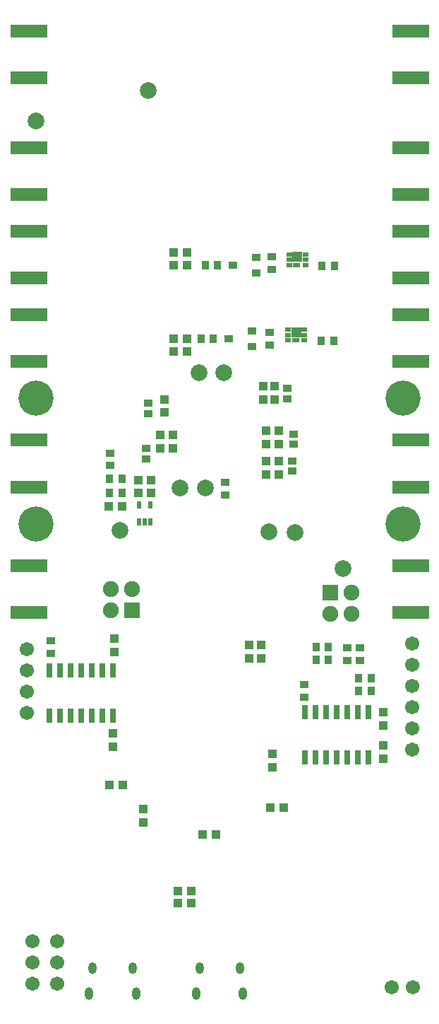
<source format=gbs>
G04 Layer_Color=16711935*
%FSLAX44Y44*%
%MOMM*%
G71*
G01*
G75*
%ADD104R,4.4032X1.5532*%
%ADD107R,1.1032X1.0032*%
%ADD108R,1.0032X1.1032*%
%ADD115R,0.9032X1.1032*%
%ADD118R,1.0832X0.9732*%
%ADD126R,1.1032X0.9032*%
%ADD143R,0.9532X0.5032*%
%ADD144R,1.1532X1.1532*%
%ADD145R,0.6532X0.5032*%
%ADD146R,1.1032X0.8532*%
%ADD171C,1.7032*%
%ADD172C,2.0032*%
%ADD173R,1.9032X1.9032*%
%ADD174C,1.9032*%
%ADD175O,1.0032X1.5032*%
%ADD176O,1.0032X1.4032*%
%ADD177C,4.2032*%
%ADD178R,0.6032X0.8532*%
%ADD179R,0.8032X1.7532*%
D104*
X479000Y471750D02*
D03*
Y527750D02*
D03*
X21000Y928000D02*
D03*
Y872000D02*
D03*
X479000Y1112000D02*
D03*
Y1168000D02*
D03*
X21000Y1028000D02*
D03*
Y972000D02*
D03*
X479000Y772000D02*
D03*
Y828000D02*
D03*
Y972000D02*
D03*
Y1028000D02*
D03*
X21000Y828000D02*
D03*
Y772000D02*
D03*
Y678000D02*
D03*
Y622000D02*
D03*
Y528000D02*
D03*
Y472000D02*
D03*
Y1168000D02*
D03*
Y1112000D02*
D03*
X479000Y872000D02*
D03*
Y928000D02*
D03*
Y622000D02*
D03*
Y678000D02*
D03*
D107*
X302000Y727000D02*
D03*
Y743000D02*
D03*
X316000Y727000D02*
D03*
Y743000D02*
D03*
X184000Y727000D02*
D03*
Y711000D02*
D03*
X306000Y673000D02*
D03*
Y689000D02*
D03*
X321000Y673000D02*
D03*
Y689000D02*
D03*
X194025Y683875D02*
D03*
Y667875D02*
D03*
X179000Y684000D02*
D03*
Y668000D02*
D03*
X321000Y653000D02*
D03*
Y637000D02*
D03*
X306000Y653000D02*
D03*
Y637000D02*
D03*
X124000Y424000D02*
D03*
Y440000D02*
D03*
X122000Y327000D02*
D03*
Y311000D02*
D03*
X446500Y352500D02*
D03*
Y336500D02*
D03*
X446500Y296500D02*
D03*
Y312500D02*
D03*
X285000Y417000D02*
D03*
Y433000D02*
D03*
X300000Y433000D02*
D03*
Y417000D02*
D03*
X313000Y286000D02*
D03*
Y302000D02*
D03*
X158000Y236000D02*
D03*
Y220000D02*
D03*
D108*
X168000Y630150D02*
D03*
X152000D02*
D03*
X168000Y615150D02*
D03*
X152000D02*
D03*
X194500Y799500D02*
D03*
X210500D02*
D03*
X194500Y784500D02*
D03*
X210500D02*
D03*
X210500Y887500D02*
D03*
X194500D02*
D03*
X210500Y902500D02*
D03*
X194500D02*
D03*
X132500Y599000D02*
D03*
X116500D02*
D03*
X327000Y238000D02*
D03*
X311000D02*
D03*
X200000Y138000D02*
D03*
X216000D02*
D03*
X200000Y124000D02*
D03*
X216000D02*
D03*
X229500Y206250D02*
D03*
X245500D02*
D03*
X118000Y265000D02*
D03*
X134000D02*
D03*
D115*
X242500Y799500D02*
D03*
X227500D02*
D03*
X247500Y887500D02*
D03*
X232500D02*
D03*
X133000Y615150D02*
D03*
X118000D02*
D03*
X118000Y632000D02*
D03*
X133000D02*
D03*
X416500Y378000D02*
D03*
X431500D02*
D03*
X380500Y415000D02*
D03*
X365500D02*
D03*
X365500Y430000D02*
D03*
X380500D02*
D03*
X431500Y393000D02*
D03*
X416500D02*
D03*
X372500Y887000D02*
D03*
X387500D02*
D03*
X371500Y797000D02*
D03*
X386500D02*
D03*
D118*
X331000Y740150D02*
D03*
Y727850D02*
D03*
X164000Y722150D02*
D03*
Y709850D02*
D03*
X339000Y685150D02*
D03*
Y672850D02*
D03*
X162000Y655850D02*
D03*
Y668150D02*
D03*
X337000Y640850D02*
D03*
Y653150D02*
D03*
D126*
X403000Y414500D02*
D03*
Y429500D02*
D03*
X418000Y429500D02*
D03*
Y414500D02*
D03*
X256850Y612200D02*
D03*
Y627200D02*
D03*
X47000Y422500D02*
D03*
Y437500D02*
D03*
X351000Y370500D02*
D03*
Y385500D02*
D03*
X312500Y897500D02*
D03*
Y882500D02*
D03*
X310000Y807000D02*
D03*
Y792000D02*
D03*
X118500Y647500D02*
D03*
Y662500D02*
D03*
D143*
X342050Y887500D02*
D03*
X341050Y797500D02*
D03*
D144*
X343000Y897250D02*
D03*
X342000Y807250D02*
D03*
D145*
X333250Y900500D02*
D03*
Y894000D02*
D03*
Y887500D02*
D03*
X352750D02*
D03*
Y894000D02*
D03*
Y900500D02*
D03*
X332250Y810500D02*
D03*
Y804000D02*
D03*
Y797500D02*
D03*
X351750D02*
D03*
Y804000D02*
D03*
Y810500D02*
D03*
D146*
X266000Y887500D02*
D03*
X294000Y878000D02*
D03*
Y897000D02*
D03*
X261000Y799500D02*
D03*
X289000Y790000D02*
D03*
Y809000D02*
D03*
D171*
X481500Y23000D02*
D03*
X456100D02*
D03*
X25000Y77900D02*
D03*
Y52500D02*
D03*
Y27100D02*
D03*
X19000Y427400D02*
D03*
Y402000D02*
D03*
Y376600D02*
D03*
Y351200D02*
D03*
X55000Y78150D02*
D03*
Y52750D02*
D03*
Y27350D02*
D03*
X481000Y307800D02*
D03*
Y333200D02*
D03*
Y358600D02*
D03*
Y434800D02*
D03*
Y409400D02*
D03*
Y384000D02*
D03*
D172*
X164500Y1096500D02*
D03*
X30000Y1060000D02*
D03*
X340000Y567000D02*
D03*
X398000Y524000D02*
D03*
X309000Y568000D02*
D03*
X130000Y570000D02*
D03*
X225000Y759000D02*
D03*
X255000D02*
D03*
X202000Y621000D02*
D03*
X233000D02*
D03*
D173*
X382300Y495700D02*
D03*
X144700Y474300D02*
D03*
D174*
X382300Y470300D02*
D03*
X407700D02*
D03*
Y495700D02*
D03*
X144700Y499700D02*
D03*
X119300D02*
D03*
Y474300D02*
D03*
D175*
X278100Y15700D02*
D03*
X222000D02*
D03*
X149600D02*
D03*
X93500D02*
D03*
D176*
X225800Y46000D02*
D03*
X274300D02*
D03*
X97300D02*
D03*
X145800D02*
D03*
D177*
X30000Y728000D02*
D03*
Y578000D02*
D03*
X470000D02*
D03*
Y728000D02*
D03*
D178*
X166500Y600400D02*
D03*
X153500D02*
D03*
Y579900D02*
D03*
X160000D02*
D03*
X166500D02*
D03*
D179*
X46000Y402500D02*
D03*
X58700D02*
D03*
X71400D02*
D03*
X84100D02*
D03*
X96800D02*
D03*
X109500D02*
D03*
X122200D02*
D03*
X46000Y348500D02*
D03*
X58700D02*
D03*
X71400D02*
D03*
X84100D02*
D03*
X96800D02*
D03*
X109500D02*
D03*
X122200D02*
D03*
X352000Y352500D02*
D03*
X364700D02*
D03*
X377400D02*
D03*
X390100D02*
D03*
X402800D02*
D03*
X415500D02*
D03*
X428200D02*
D03*
X352000Y298500D02*
D03*
X364700D02*
D03*
X377400D02*
D03*
X390100D02*
D03*
X402800D02*
D03*
X415500D02*
D03*
X428200D02*
D03*
M02*

</source>
